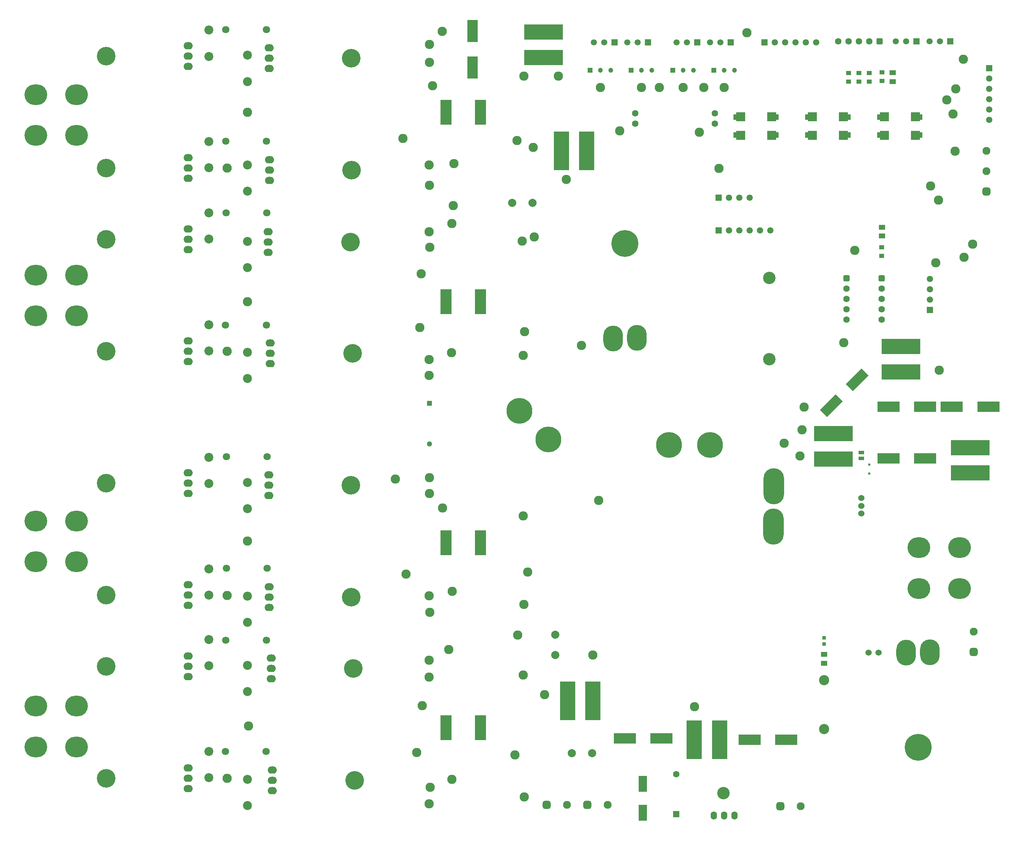
<source format=gbr>
%TF.GenerationSoftware,Altium Limited,Altium Designer,21.6.4 (81)*%
G04 Layer_Color=255*
%FSLAX43Y43*%
%MOMM*%
%TF.SameCoordinates,B094594F-E5AE-4C03-B854-EF891E02AD71*%
%TF.FilePolarity,Positive*%
%TF.FileFunction,Pads,Top*%
%TF.Part,Single*%
G01*
G75*
%TA.AperFunction,SMDPad,CuDef*%
%ADD12R,2.500X5.500*%
%ADD13R,5.500X2.500*%
G04:AMPARAMS|DCode=14|XSize=5.5mm|YSize=2.5mm|CornerRadius=0mm|HoleSize=0mm|Usage=FLASHONLY|Rotation=225.000|XOffset=0mm|YOffset=0mm|HoleType=Round|Shape=Rectangle|*
%AMROTATEDRECTD14*
4,1,4,1.061,2.828,2.828,1.061,-1.061,-2.828,-2.828,-1.061,1.061,2.828,0.0*
%
%ADD14ROTATEDRECTD14*%

%ADD15R,9.500X3.750*%
%ADD16R,3.750X9.500*%
%ADD17R,0.600X0.600*%
%ADD18R,1.350X0.950*%
%ADD19R,1.508X1.157*%
%ADD20R,1.200X1.100*%
%ADD21R,0.900X0.850*%
%ADD22R,2.750X6.200*%
%ADD23R,2.000X4.000*%
%ADD24R,2.108X1.397*%
%TA.AperFunction,ComponentPad*%
%ADD56C,2.286*%
%ADD57C,2.000*%
%ADD58C,1.950*%
G04:AMPARAMS|DCode=59|XSize=1.95mm|YSize=1.95mm|CornerRadius=0.488mm|HoleSize=0mm|Usage=FLASHONLY|Rotation=90.000|XOffset=0mm|YOffset=0mm|HoleType=Round|Shape=RoundedRectangle|*
%AMROUNDEDRECTD59*
21,1,1.950,0.975,0,0,90.0*
21,1,0.975,1.950,0,0,90.0*
1,1,0.975,0.488,0.488*
1,1,0.975,0.488,-0.488*
1,1,0.975,-0.488,-0.488*
1,1,0.975,-0.488,0.488*
%
%ADD59ROUNDEDRECTD59*%
%ADD60C,1.800*%
%ADD61C,2.200*%
%ADD62C,1.550*%
%ADD63R,1.550X1.550*%
%ADD64R,1.600X1.600*%
%ADD65C,1.600*%
%ADD66C,1.300*%
%ADD67R,1.300X1.300*%
%ADD68O,5.588X5.080*%
%ADD69C,2.500*%
%ADD70C,6.350*%
G04:AMPARAMS|DCode=71|XSize=1.95mm|YSize=1.95mm|CornerRadius=0.488mm|HoleSize=0mm|Usage=FLASHONLY|Rotation=0.000|XOffset=0mm|YOffset=0mm|HoleType=Round|Shape=RoundedRectangle|*
%AMROUNDEDRECTD71*
21,1,1.950,0.975,0,0,0.0*
21,1,0.975,1.950,0,0,0.0*
1,1,0.975,0.488,-0.488*
1,1,0.975,-0.488,-0.488*
1,1,0.975,-0.488,0.488*
1,1,0.975,0.488,0.488*
%
%ADD71ROUNDEDRECTD71*%
%ADD72C,1.524*%
%ADD73O,5.080X8.890*%
G04:AMPARAMS|DCode=74|XSize=1.6mm|YSize=1.6mm|CornerRadius=0.4mm|HoleSize=0mm|Usage=FLASHONLY|Rotation=270.000|XOffset=0mm|YOffset=0mm|HoleType=Round|Shape=RoundedRectangle|*
%AMROUNDEDRECTD74*
21,1,1.600,0.800,0,0,270.0*
21,1,0.800,1.600,0,0,270.0*
1,1,0.800,-0.400,-0.400*
1,1,0.800,-0.400,0.400*
1,1,0.800,0.400,0.400*
1,1,0.800,0.400,-0.400*
%
%ADD74ROUNDEDRECTD74*%
%ADD75O,4.826X6.350*%
%ADD76C,6.604*%
%ADD77O,1.524X2.032*%
%ADD78C,3.048*%
%ADD79R,1.550X1.550*%
%ADD80O,2.286X1.778*%
%ADD81C,4.572*%
%ADD82R,2.286X2.286*%
%ADD83R,1.200X1.200*%
%ADD84C,1.200*%
G04:AMPARAMS|DCode=85|XSize=1.6mm|YSize=1.6mm|CornerRadius=0.4mm|HoleSize=0mm|Usage=FLASHONLY|Rotation=180.000|XOffset=0mm|YOffset=0mm|HoleType=Round|Shape=RoundedRectangle|*
%AMROUNDEDRECTD85*
21,1,1.600,0.800,0,0,180.0*
21,1,0.800,1.600,0,0,180.0*
1,1,0.800,-0.400,0.400*
1,1,0.800,0.400,0.400*
1,1,0.800,0.400,-0.400*
1,1,0.800,-0.400,-0.400*
%
%ADD85ROUNDEDRECTD85*%
%ADD86R,1.500X1.500*%
%ADD87C,1.500*%
D12*
X114299Y187762D02*
D03*
Y196762D02*
D03*
D13*
X151700Y22850D02*
D03*
X160700D02*
D03*
X225500Y104350D02*
D03*
X216500D02*
D03*
Y91700D02*
D03*
X225500D02*
D03*
X191350Y22550D02*
D03*
X182350D02*
D03*
X232000Y104350D02*
D03*
X241000D02*
D03*
D14*
X208788Y111031D02*
D03*
X202425Y104667D02*
D03*
D15*
X131754Y190228D02*
D03*
Y196478D02*
D03*
X236575Y94350D02*
D03*
Y88100D02*
D03*
X219564Y112961D02*
D03*
Y119211D02*
D03*
X202943Y91525D02*
D03*
Y97775D02*
D03*
D16*
X143875Y32125D02*
D03*
X137625D02*
D03*
X142350Y167275D02*
D03*
X136100D02*
D03*
X168714Y22550D02*
D03*
X174964D02*
D03*
D17*
X211775Y87925D02*
D03*
Y90125D02*
D03*
D18*
X209800Y93150D02*
D03*
Y91650D02*
D03*
D19*
X214850Y148526D02*
D03*
Y146374D02*
D03*
X200675Y43501D02*
D03*
Y41349D02*
D03*
X217483Y186476D02*
D03*
Y184324D02*
D03*
D20*
X214825Y141509D02*
D03*
Y143609D02*
D03*
X211755Y184350D02*
D03*
Y186450D02*
D03*
X209215D02*
D03*
Y184350D02*
D03*
X206675Y186450D02*
D03*
Y184350D02*
D03*
X214920Y186575D02*
D03*
Y184475D02*
D03*
D21*
X200675Y47576D02*
D03*
Y46026D02*
D03*
D22*
X116200Y70975D02*
D03*
X107800D02*
D03*
X116200Y176812D02*
D03*
X107800D02*
D03*
X116200Y130190D02*
D03*
X107800D02*
D03*
X116200Y25450D02*
D03*
X107800D02*
D03*
D23*
X156125Y4550D02*
D03*
Y11650D02*
D03*
D24*
X206142Y175624D02*
D03*
Y171154D02*
D03*
X197048D02*
D03*
Y175624D02*
D03*
X188489D02*
D03*
Y171154D02*
D03*
X179395D02*
D03*
Y175624D02*
D03*
X223795D02*
D03*
Y171154D02*
D03*
X214701D02*
D03*
Y175624D02*
D03*
D56*
X126718Y77525D02*
D03*
X109525Y153875D02*
D03*
X131950Y33625D02*
D03*
X143875Y43342D02*
D03*
X129225Y168112D02*
D03*
X194750Y92300D02*
D03*
X127850Y63775D02*
D03*
X125218Y169873D02*
D03*
X135350Y185675D02*
D03*
X124718Y18757D02*
D03*
X127050Y122825D02*
D03*
X125350Y48250D02*
D03*
X129488Y146113D02*
D03*
X101969Y30875D02*
D03*
X101718Y137075D02*
D03*
X106922Y79500D02*
D03*
X104501Y183300D02*
D03*
X174825Y162975D02*
D03*
X228900Y113325D02*
D03*
X195750Y104325D02*
D03*
X168825Y30667D02*
D03*
X226800Y158625D02*
D03*
X233000Y182570D02*
D03*
X237120Y144379D02*
D03*
X234990Y141097D02*
D03*
X232799Y167199D02*
D03*
X230757Y179815D02*
D03*
X232302Y176342D02*
D03*
X228750Y155200D02*
D03*
X208225Y142862D02*
D03*
X228079Y139778D02*
D03*
X103718Y158871D02*
D03*
X103593Y6760D02*
D03*
X103693Y189088D02*
D03*
X103694Y83051D02*
D03*
X103768Y143550D02*
D03*
X103593Y37966D02*
D03*
X58993Y176775D02*
D03*
Y71350D02*
D03*
Y130200D02*
D03*
X59243Y25875D02*
D03*
X141043Y119425D02*
D03*
X97150Y170350D02*
D03*
X97983Y63208D02*
D03*
X103769Y53859D02*
D03*
X54000Y163054D02*
D03*
Y58000D02*
D03*
X137330Y160275D02*
D03*
X126932Y55825D02*
D03*
X103593Y163840D02*
D03*
X103605Y57890D02*
D03*
X109693Y164125D02*
D03*
X109293Y59002D02*
D03*
X126900Y185700D02*
D03*
X145256Y81400D02*
D03*
X103693Y193481D02*
D03*
X103715Y86929D02*
D03*
X106818Y196648D02*
D03*
X95368Y86649D02*
D03*
X101325Y123875D02*
D03*
X100596Y19400D02*
D03*
X103593Y112106D02*
D03*
X54000Y118054D02*
D03*
Y13054D02*
D03*
X126718Y117025D02*
D03*
X126993Y8455D02*
D03*
X103605Y116025D02*
D03*
X103868Y10843D02*
D03*
X109093Y117702D02*
D03*
X109193Y12775D02*
D03*
X126468Y145100D02*
D03*
X126718Y38401D02*
D03*
X103605Y147391D02*
D03*
X103593Y42065D02*
D03*
X109173Y149410D02*
D03*
X108418Y44724D02*
D03*
X166035Y182914D02*
D03*
X145715D02*
D03*
X176068D02*
D03*
X155748D02*
D03*
X170023Y171867D02*
D03*
X150469Y172181D02*
D03*
X171115Y182914D02*
D03*
X160193D02*
D03*
X181684Y196300D02*
D03*
X234827Y189798D02*
D03*
X195229Y98675D02*
D03*
X205517Y120125D02*
D03*
X190862Y95445D02*
D03*
D57*
X138700Y19250D02*
D03*
X143700D02*
D03*
X129025Y154550D02*
D03*
X124025D02*
D03*
X134575Y43375D02*
D03*
Y48375D02*
D03*
D58*
X240575Y167275D02*
D03*
Y162275D02*
D03*
X137500Y6500D02*
D03*
X194875Y6200D02*
D03*
X237400Y49075D02*
D03*
X147500Y6500D02*
D03*
D59*
X240575Y157275D02*
D03*
X237400Y44075D02*
D03*
D60*
X63850Y92075D02*
D03*
X53850D02*
D03*
X63675Y197075D02*
D03*
X53675D02*
D03*
X63675Y169675D02*
D03*
X53675D02*
D03*
X63825Y64650D02*
D03*
X53825D02*
D03*
X63625Y124425D02*
D03*
X53625D02*
D03*
X63600Y19675D02*
D03*
X53600D02*
D03*
X63775Y152025D02*
D03*
X53775D02*
D03*
X63675Y47000D02*
D03*
X53675D02*
D03*
D61*
X49500Y64504D02*
D03*
Y58054D02*
D03*
Y169625D02*
D03*
Y163175D02*
D03*
X59000Y51350D02*
D03*
Y57800D02*
D03*
Y163800D02*
D03*
Y157350D02*
D03*
X49500Y190525D02*
D03*
Y196975D02*
D03*
Y91975D02*
D03*
Y85525D02*
D03*
X59000Y190800D02*
D03*
Y184350D02*
D03*
Y79350D02*
D03*
Y85800D02*
D03*
X49500Y124525D02*
D03*
Y118075D02*
D03*
Y19650D02*
D03*
Y13200D02*
D03*
X59000Y117800D02*
D03*
Y111350D02*
D03*
Y6350D02*
D03*
Y12800D02*
D03*
X49500Y40691D02*
D03*
Y47141D02*
D03*
Y152050D02*
D03*
Y145600D02*
D03*
X59000Y145025D02*
D03*
Y138575D02*
D03*
Y34350D02*
D03*
Y40800D02*
D03*
D62*
X226675Y135835D02*
D03*
Y133295D02*
D03*
Y130755D02*
D03*
X187413Y147725D02*
D03*
X184873Y147725D02*
D03*
X182333D02*
D03*
X179793D02*
D03*
X177253D02*
D03*
X188514Y193963D02*
D03*
X191054D02*
D03*
X193594D02*
D03*
X196134D02*
D03*
X198674D02*
D03*
X177253Y155748D02*
D03*
X179793D02*
D03*
X182333D02*
D03*
X241225Y174950D02*
D03*
Y177490D02*
D03*
Y180030D02*
D03*
Y182570D02*
D03*
Y185110D02*
D03*
D63*
X226675Y128215D02*
D03*
X241225Y187650D02*
D03*
D64*
X164300Y4237D02*
D03*
D65*
Y14013D02*
D03*
X214834Y130859D02*
D03*
Y133399D02*
D03*
Y128319D02*
D03*
Y125779D02*
D03*
X204135Y194217D02*
D03*
X206675D02*
D03*
X211755D02*
D03*
X209215D02*
D03*
X206120Y125800D02*
D03*
Y128340D02*
D03*
Y133420D02*
D03*
Y130880D02*
D03*
X173782Y174024D02*
D03*
Y176564D02*
D03*
X154224Y174024D02*
D03*
Y176564D02*
D03*
D66*
X103751Y95250D02*
D03*
D67*
Y105250D02*
D03*
D68*
X7000Y181125D02*
D03*
Y171125D02*
D03*
X17000D02*
D03*
Y181125D02*
D03*
X7000Y76275D02*
D03*
Y66275D02*
D03*
X17000D02*
D03*
Y76275D02*
D03*
X7000Y136725D02*
D03*
Y126725D02*
D03*
X17000D02*
D03*
Y136725D02*
D03*
X7000Y30775D02*
D03*
Y20775D02*
D03*
X17000D02*
D03*
Y30775D02*
D03*
X223925Y59725D02*
D03*
Y69725D02*
D03*
X233925D02*
D03*
Y59725D02*
D03*
D69*
X200675Y25125D02*
D03*
Y37125D02*
D03*
D70*
X132893Y96339D02*
D03*
X125822Y103411D02*
D03*
X162593Y95000D02*
D03*
X172593D02*
D03*
D71*
X132500Y6500D02*
D03*
X189875Y6200D02*
D03*
X142500Y6500D02*
D03*
D72*
X209779Y81953D02*
D03*
Y80048D02*
D03*
Y78143D02*
D03*
X214037Y43916D02*
D03*
X211537D02*
D03*
D73*
X188316Y84874D02*
D03*
X188189Y74968D02*
D03*
D74*
X214834Y135939D02*
D03*
X206120Y135960D02*
D03*
D75*
X154674Y121298D02*
D03*
X148832Y121171D02*
D03*
X226671Y44043D02*
D03*
X220829Y43916D02*
D03*
D76*
X151753Y144539D02*
D03*
X223750Y20675D02*
D03*
D77*
X173520Y3900D02*
D03*
X176060D02*
D03*
X178600D02*
D03*
D78*
X175933Y9361D02*
D03*
X187218Y116076D02*
D03*
Y136015D02*
D03*
D79*
X174713Y147725D02*
D03*
X185974Y193963D02*
D03*
X174713Y155748D02*
D03*
D80*
X44451Y165594D02*
D03*
Y163054D02*
D03*
Y160514D02*
D03*
Y55514D02*
D03*
Y58054D02*
D03*
Y60594D02*
D03*
X64417Y160006D02*
D03*
Y162546D02*
D03*
Y165086D02*
D03*
X64317Y60086D02*
D03*
Y57546D02*
D03*
Y55006D02*
D03*
X44451Y193094D02*
D03*
Y190554D02*
D03*
Y188014D02*
D03*
Y88094D02*
D03*
Y85554D02*
D03*
Y83014D02*
D03*
Y15594D02*
D03*
Y13054D02*
D03*
Y10514D02*
D03*
X64317Y187506D02*
D03*
Y190046D02*
D03*
Y192586D02*
D03*
X64217Y82506D02*
D03*
Y85046D02*
D03*
Y87586D02*
D03*
X65117Y15086D02*
D03*
Y12546D02*
D03*
Y10006D02*
D03*
X44451Y115514D02*
D03*
Y118054D02*
D03*
Y120594D02*
D03*
X64617Y120086D02*
D03*
Y117546D02*
D03*
Y115006D02*
D03*
X44451Y43094D02*
D03*
Y40554D02*
D03*
Y38014D02*
D03*
Y143014D02*
D03*
Y145554D02*
D03*
Y148094D02*
D03*
X64117Y147386D02*
D03*
Y144846D02*
D03*
Y142306D02*
D03*
X64834Y42586D02*
D03*
Y40046D02*
D03*
Y37506D02*
D03*
D81*
X24258Y163054D02*
D03*
Y58054D02*
D03*
X84610Y162546D02*
D03*
X84510Y57546D02*
D03*
X24258Y190554D02*
D03*
Y85554D02*
D03*
Y13054D02*
D03*
X84510Y190046D02*
D03*
X84410Y85046D02*
D03*
X85310Y12546D02*
D03*
X24258Y118054D02*
D03*
X84810Y117546D02*
D03*
X24258Y40554D02*
D03*
Y145554D02*
D03*
X84310Y144846D02*
D03*
X85027Y40046D02*
D03*
D82*
X197785Y175675D02*
D03*
Y171103D02*
D03*
X205405D02*
D03*
Y175675D02*
D03*
X180132D02*
D03*
Y171103D02*
D03*
X187752D02*
D03*
Y175675D02*
D03*
X215438D02*
D03*
Y171103D02*
D03*
X223058D02*
D03*
Y175675D02*
D03*
D83*
X163495Y187105D02*
D03*
X143175D02*
D03*
X173528D02*
D03*
X153208D02*
D03*
D84*
X166035D02*
D03*
X168575D02*
D03*
X145715D02*
D03*
X148255D02*
D03*
X176068D02*
D03*
X178608D02*
D03*
X155748D02*
D03*
X158288D02*
D03*
D85*
X214295Y194217D02*
D03*
D86*
X169464Y193963D02*
D03*
X149144D02*
D03*
X177719D02*
D03*
X157399D02*
D03*
X231650Y194225D02*
D03*
X223360D02*
D03*
D87*
X166924Y193963D02*
D03*
X164384D02*
D03*
X144064D02*
D03*
X146604D02*
D03*
X172639D02*
D03*
X175179D02*
D03*
X154859D02*
D03*
X152319D02*
D03*
X226570Y194225D02*
D03*
X229110D02*
D03*
X218280D02*
D03*
X220820D02*
D03*
%TF.MD5,bf135cfdf84d91c6952476bc9ed90e48*%
M02*

</source>
